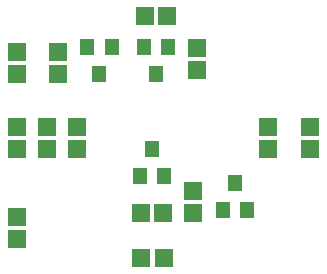
<source format=gbr>
%FSLAX34Y34*%
%MOMM*%
%LNSMDMASK_BOTTOM*%
G71*
G01*
%ADD10R,1.220X1.420*%
%ADD11R,1.600X1.500*%
%ADD12R,1.500X1.600*%
%LPD*%
X188275Y-134775D02*
G54D10*
D03*
X178075Y-111875D02*
G54D10*
D03*
X198475Y-111875D02*
G54D10*
D03*
X140438Y-134224D02*
G54D10*
D03*
X130238Y-111324D02*
G54D10*
D03*
X150638Y-111324D02*
G54D10*
D03*
X185100Y-198275D02*
G54D10*
D03*
X195300Y-221175D02*
G54D10*
D03*
X174900Y-221175D02*
G54D10*
D03*
X254950Y-226850D02*
G54D10*
D03*
X265150Y-249750D02*
G54D10*
D03*
X244750Y-249750D02*
G54D10*
D03*
X318450Y-198275D02*
G54D11*
D03*
X318450Y-179275D02*
G54D11*
D03*
X70800Y-115725D02*
G54D11*
D03*
X70800Y-134725D02*
G54D11*
D03*
X121600Y-179225D02*
G54D11*
D03*
X121600Y-198225D02*
G54D11*
D03*
X96200Y-179225D02*
G54D11*
D03*
X96200Y-198225D02*
G54D11*
D03*
X70800Y-179225D02*
G54D11*
D03*
X70800Y-198225D02*
G54D11*
D03*
X105725Y-115725D02*
G54D11*
D03*
X105725Y-134725D02*
G54D11*
D03*
X197800Y-85562D02*
G54D12*
D03*
X178800Y-85563D02*
G54D12*
D03*
X223200Y-112550D02*
G54D11*
D03*
X223200Y-131550D02*
G54D11*
D03*
X283525Y-198275D02*
G54D11*
D03*
X283525Y-179275D02*
G54D11*
D03*
X175625Y-252250D02*
G54D12*
D03*
X194625Y-252250D02*
G54D12*
D03*
X220025Y-252250D02*
G54D11*
D03*
X220025Y-233250D02*
G54D11*
D03*
X70800Y-255425D02*
G54D11*
D03*
X70800Y-274425D02*
G54D11*
D03*
X194911Y-290391D02*
G54D12*
D03*
X175912Y-290391D02*
G54D12*
D03*
M02*

</source>
